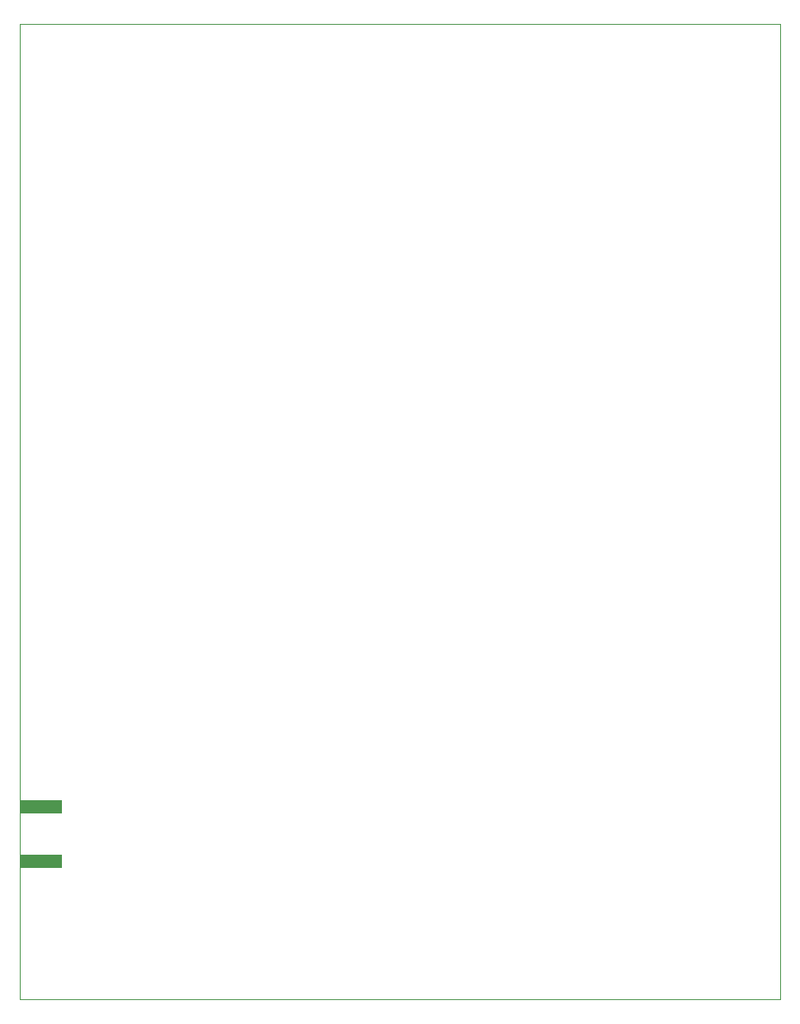
<source format=gbp>
G04 #@! TF.GenerationSoftware,KiCad,Pcbnew,(7.0.0-0)*
G04 #@! TF.CreationDate,2023-05-11T07:45:24+02:00*
G04 #@! TF.ProjectId,Filter-forest-v3,46696c74-6572-42d6-966f-726573742d76,rev?*
G04 #@! TF.SameCoordinates,Original*
G04 #@! TF.FileFunction,Paste,Bot*
G04 #@! TF.FilePolarity,Positive*
%FSLAX46Y46*%
G04 Gerber Fmt 4.6, Leading zero omitted, Abs format (unit mm)*
G04 Created by KiCad (PCBNEW (7.0.0-0)) date 2023-05-11 07:45:24*
%MOMM*%
%LPD*%
G01*
G04 APERTURE LIST*
%ADD10R,4.200000X1.350000*%
G04 #@! TA.AperFunction,Profile*
%ADD11C,0.100000*%
G04 #@! TD*
G04 APERTURE END LIST*
D10*
X90359999Y-110204999D03*
X90359999Y-115854999D03*
D11*
X88138000Y-30004383D02*
X166158804Y-30004383D01*
X166158804Y-30004383D02*
X166158804Y-129944383D01*
X166158804Y-129944383D02*
X88138000Y-129944383D01*
X88138000Y-129944383D02*
X88138000Y-30004383D01*
M02*

</source>
